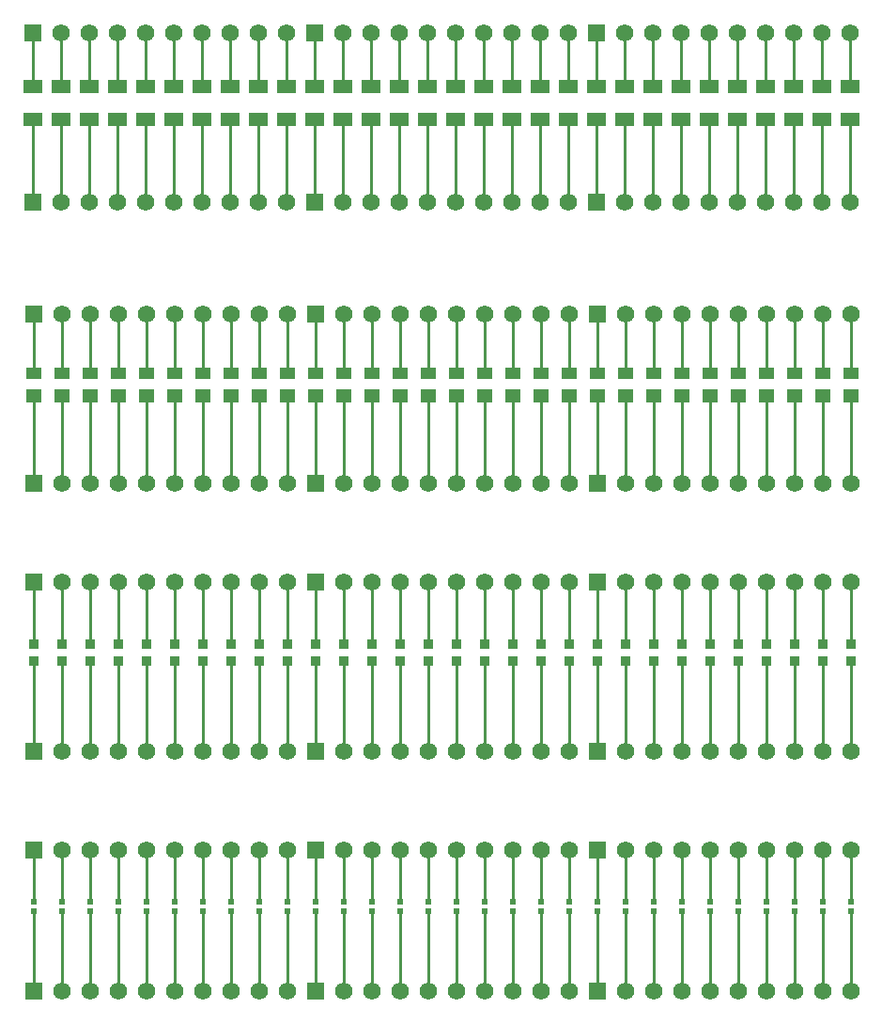
<source format=gtl>
G04 Layer: TopLayer*
G04 EasyEDA v6.5.22, 2023-04-04 18:07:08*
G04 a67cddfb3fce44daa9051d46cbbcc19f,10*
G04 Gerber Generator version 0.2*
G04 Scale: 100 percent, Rotated: No, Reflected: No *
G04 Dimensions in inches *
G04 leading zeros omitted , absolute positions ,3 integer and 6 decimal *
%FSLAX36Y36*%
%MOIN*%

%AMMACRO1*21,1,$1,$2,0,0,$3*%
%ADD10C,0.0100*%
%ADD11MACRO1,0.0542X0.0446X0.0000*%
%ADD12R,0.0542X0.0446*%
%ADD13MACRO1,0.034X0.0318X0.0000*%
%ADD14R,0.0340X0.0318*%
%ADD15MACRO1,0.0213X0.0223X0.0000*%
%ADD16R,0.0213X0.0223*%
%ADD17MACRO1,0.067X0.0475X0.0000*%
%ADD18R,0.0670X0.0475*%
%ADD19C,0.0620*%
%ADD20R,0.0620X0.0620*%
%ADD21R,0.0106X0.0620*%

%LPD*%
D10*
X553146Y203148D02*
G01*
X553148Y486107D01*
X653148Y486107D02*
G01*
X653148Y203148D01*
X753146Y203148D02*
G01*
X753148Y486107D01*
X853148Y486107D02*
G01*
X853148Y203148D01*
X953148Y203148D02*
G01*
X953148Y486107D01*
X1053148Y203148D02*
G01*
X1053148Y486107D01*
X1153148Y486107D02*
G01*
X1153148Y203148D01*
X1253148Y203148D02*
G01*
X1253148Y486107D01*
X1353143Y486107D02*
G01*
X1353143Y203148D01*
X1453148Y203148D02*
G01*
X1453143Y486107D01*
X1553143Y486107D02*
G01*
X1553143Y203148D01*
X1653143Y203148D02*
G01*
X1653143Y486107D01*
X1753143Y486107D02*
G01*
X1753143Y203148D01*
X1853143Y203148D02*
G01*
X1853143Y486107D01*
X1953143Y486107D02*
G01*
X1953143Y203148D01*
X2053143Y203148D02*
G01*
X2053143Y486107D01*
X2153143Y486107D02*
G01*
X2153143Y203148D01*
X2253143Y203148D02*
G01*
X2253143Y486107D01*
X2353143Y486107D02*
G01*
X2353143Y203148D01*
X2453143Y203148D02*
G01*
X2453143Y486107D01*
X2553143Y486107D02*
G01*
X2553143Y203148D01*
X2653143Y203148D02*
G01*
X2653143Y486107D01*
X2753143Y486107D02*
G01*
X2753143Y203148D01*
X2853143Y203148D02*
G01*
X2853143Y486107D01*
X2953143Y486107D02*
G01*
X2953143Y203148D01*
X3053143Y203148D02*
G01*
X3053143Y486107D01*
X3153143Y203148D02*
G01*
X3153143Y486107D01*
X3253143Y486107D02*
G01*
X3253143Y203148D01*
X3353143Y203148D02*
G01*
X3353143Y486107D01*
X3453143Y486107D02*
G01*
X3453143Y203148D01*
X3453143Y703148D02*
G01*
X3453143Y520187D01*
X3353143Y520187D02*
G01*
X3353143Y703146D01*
X3253143Y520187D02*
G01*
X3253143Y703148D01*
X3153143Y520187D02*
G01*
X3153143Y703148D01*
X2953143Y703148D02*
G01*
X2953143Y520187D01*
X3053143Y520187D02*
G01*
X3053143Y703148D01*
X2853143Y703148D02*
G01*
X2853143Y520187D01*
X2753143Y520187D02*
G01*
X2753143Y703146D01*
X2653143Y703148D02*
G01*
X2653143Y520187D01*
X2553143Y520187D02*
G01*
X2553143Y703148D01*
X2453143Y703148D02*
G01*
X2453143Y520187D01*
X2353143Y520187D02*
G01*
X2353143Y703146D01*
X2253143Y703148D02*
G01*
X2253143Y520187D01*
X2153143Y520187D02*
G01*
X2153143Y703148D01*
X2053143Y703148D02*
G01*
X2053143Y520187D01*
X1953143Y520187D02*
G01*
X1953143Y703148D01*
X1853143Y703148D02*
G01*
X1853143Y520187D01*
X1753143Y520187D02*
G01*
X1753143Y703146D01*
X1653143Y703148D02*
G01*
X1653143Y520187D01*
X1553143Y520187D02*
G01*
X1553143Y703148D01*
X1453148Y703148D02*
G01*
X1453143Y520187D01*
X1353143Y520187D02*
G01*
X1353143Y703146D01*
X1253148Y703148D02*
G01*
X1253148Y520187D01*
X1153148Y520187D02*
G01*
X1153148Y703148D01*
X1053148Y703148D02*
G01*
X1053148Y520187D01*
X953148Y520187D02*
G01*
X953148Y703148D01*
X853148Y520187D02*
G01*
X853148Y703148D01*
X753146Y703148D02*
G01*
X753148Y520187D01*
X653148Y520187D02*
G01*
X653148Y703146D01*
X553146Y703148D02*
G01*
X553148Y520187D01*
X553148Y1373485D02*
G01*
X553146Y1053146D01*
X653146Y1053146D02*
G01*
X653148Y1373485D01*
X753148Y1373485D02*
G01*
X753148Y1053148D01*
X853148Y1053146D02*
G01*
X853148Y1373485D01*
X953148Y1373485D02*
G01*
X953148Y1053146D01*
X1053148Y1053146D02*
G01*
X1053148Y1373485D01*
X1153148Y1373485D02*
G01*
X1153148Y1053146D01*
X1253148Y1053146D02*
G01*
X1253148Y1373485D01*
X1353143Y1373485D02*
G01*
X1353143Y1053148D01*
X1453148Y1053146D02*
G01*
X1453143Y1373485D01*
X1553143Y1053146D02*
G01*
X1553143Y1373485D01*
X1653143Y1373485D02*
G01*
X1653143Y1053148D01*
X1753143Y1053146D02*
G01*
X1753143Y1373485D01*
X1853143Y1373485D02*
G01*
X1853143Y1053146D01*
X1953143Y1373485D02*
G01*
X1953143Y1053146D01*
X2053143Y1053146D02*
G01*
X2053143Y1373485D01*
X2153143Y1373485D02*
G01*
X2153143Y1053146D01*
X2253143Y1053146D02*
G01*
X2253143Y1373485D01*
X2353143Y1373485D02*
G01*
X2353143Y1053148D01*
X2453143Y1053146D02*
G01*
X2453143Y1373485D01*
X2553143Y1373485D02*
G01*
X2553143Y1053146D01*
X2653143Y1053146D02*
G01*
X2653143Y1373485D01*
X2753143Y1053146D02*
G01*
X2753143Y1373485D01*
X2853143Y1373485D02*
G01*
X2853143Y1053146D01*
X2953143Y1053146D02*
G01*
X2953143Y1373485D01*
X3053143Y1373485D02*
G01*
X3053143Y1053146D01*
X3153143Y1053146D02*
G01*
X3153143Y1373485D01*
X3253143Y1373485D02*
G01*
X3253143Y1053146D01*
X3353143Y1053146D02*
G01*
X3353143Y1373485D01*
X3453143Y1373485D02*
G01*
X3453143Y1053148D01*
X3453143Y1653146D02*
G01*
X3453143Y1432806D01*
X3353143Y1432806D02*
G01*
X3353143Y1653143D01*
X3253143Y1653146D02*
G01*
X3253143Y1432806D01*
X3153143Y1432806D02*
G01*
X3153143Y1653146D01*
X3053143Y1653146D02*
G01*
X3053143Y1432806D01*
X2953143Y1432806D02*
G01*
X2953143Y1653146D01*
X2853143Y1653146D02*
G01*
X2853143Y1432806D01*
X2753143Y1432806D02*
G01*
X2753143Y1653143D01*
X2653143Y1653146D02*
G01*
X2653143Y1432806D01*
X2553143Y1432806D02*
G01*
X2553143Y1653146D01*
X2453143Y1653146D02*
G01*
X2453143Y1432806D01*
X2353143Y1432806D02*
G01*
X2353143Y1653143D01*
X2253143Y1653146D02*
G01*
X2253143Y1432806D01*
X2153143Y1653146D02*
G01*
X2153143Y1432806D01*
X2053143Y1432806D02*
G01*
X2053143Y1653146D01*
X1953143Y1653146D02*
G01*
X1953143Y1432806D01*
X1853143Y1432806D02*
G01*
X1853143Y1653146D01*
X1753143Y1653146D02*
G01*
X1753143Y1432806D01*
X1653143Y1432806D02*
G01*
X1653143Y1653143D01*
X1553143Y1432806D02*
G01*
X1553143Y1653146D01*
X1453148Y1653146D02*
G01*
X1453143Y1432806D01*
X1353143Y1432806D02*
G01*
X1353143Y1653143D01*
X1253148Y1653146D02*
G01*
X1253148Y1432806D01*
X1153148Y1653146D02*
G01*
X1153148Y1432806D01*
X1053148Y1432806D02*
G01*
X1053148Y1653146D01*
X953148Y1653146D02*
G01*
X953148Y1432806D01*
X853148Y1432806D02*
G01*
X853148Y1653146D01*
X753146Y1653146D02*
G01*
X753148Y1432806D01*
X653148Y1432806D02*
G01*
X653148Y1653143D01*
X553146Y1653146D02*
G01*
X553148Y1432806D01*
X553148Y2313773D02*
G01*
X553146Y2003143D01*
X653146Y2003143D02*
G01*
X653148Y2313773D01*
X753148Y2313773D02*
G01*
X753148Y2003146D01*
X853148Y2003143D02*
G01*
X853148Y2313773D01*
X953148Y2313773D02*
G01*
X953148Y2003143D01*
X1053148Y2003143D02*
G01*
X1053148Y2313773D01*
X1153148Y2313773D02*
G01*
X1153148Y2003143D01*
X1253148Y2003143D02*
G01*
X1253148Y2303143D01*
X1353148Y2003143D02*
G01*
X1353148Y2303143D01*
X1453143Y2313773D02*
G01*
X1453143Y2003146D01*
X1553143Y2003143D02*
G01*
X1553143Y2313773D01*
X1653143Y2313773D02*
G01*
X1653143Y2003146D01*
X1753143Y2003143D02*
G01*
X1753143Y2313773D01*
X1853143Y2313773D02*
G01*
X1853143Y2003143D01*
X1953143Y2003143D02*
G01*
X1953143Y2313773D01*
X2053143Y2313773D02*
G01*
X2053143Y2003143D01*
X2153143Y2003143D02*
G01*
X2153143Y2313773D01*
X2253143Y2313773D02*
G01*
X2253143Y2003143D01*
X2353143Y2003143D02*
G01*
X2353143Y2313773D01*
X2453143Y2313773D02*
G01*
X2453143Y2003146D01*
X2553143Y2003143D02*
G01*
X2553143Y2313773D01*
X2653143Y2313773D02*
G01*
X2653143Y2003146D01*
X2753143Y2003143D02*
G01*
X2753143Y2313773D01*
X2853143Y2313773D02*
G01*
X2853143Y2003143D01*
X2953143Y2003143D02*
G01*
X2953143Y2313773D01*
X3053143Y2313773D02*
G01*
X3053143Y2003143D01*
X3153143Y2003143D02*
G01*
X3153143Y2313773D01*
X3253143Y2313773D02*
G01*
X3253143Y2003143D01*
X3353143Y2003143D02*
G01*
X3353143Y2313773D01*
X3453143Y2313773D02*
G01*
X3453143Y2003146D01*
X3453143Y2603143D02*
G01*
X3453143Y2392512D01*
X3353143Y2392512D02*
G01*
X3353143Y2603143D01*
X3253143Y2392512D02*
G01*
X3253143Y2603143D01*
X3153143Y2603143D02*
G01*
X3153143Y2392512D01*
X3053143Y2392512D02*
G01*
X3053143Y2603143D01*
X2953143Y2603143D02*
G01*
X2953143Y2392512D01*
X2853143Y2392512D02*
G01*
X2853143Y2603143D01*
X2753143Y2603143D02*
G01*
X2753143Y2392512D01*
X2653143Y2603143D02*
G01*
X2653143Y2392512D01*
X2553143Y2392512D02*
G01*
X2553143Y2603143D01*
X2453143Y2392512D02*
G01*
X2453143Y2603143D01*
X2353143Y2603143D02*
G01*
X2353143Y2392512D01*
X2253143Y2392512D02*
G01*
X2253143Y2603143D01*
X2153143Y2603143D02*
G01*
X2153143Y2392512D01*
X2053143Y2392512D02*
G01*
X2053143Y2603143D01*
X1953143Y2603143D02*
G01*
X1953143Y2392512D01*
X1853143Y2392512D02*
G01*
X1853143Y2603143D01*
X1753143Y2603143D02*
G01*
X1753143Y2392512D01*
X1653143Y2392512D02*
G01*
X1653143Y2603143D01*
X1553143Y2392512D02*
G01*
X1553143Y2603143D01*
X1453148Y2603143D02*
G01*
X1453143Y2392512D01*
X1353143Y2392512D02*
G01*
X1353143Y2603143D01*
X1253148Y2603143D02*
G01*
X1253148Y2392512D01*
X1153148Y2392512D02*
G01*
X1153148Y2603143D01*
X1053148Y2603143D02*
G01*
X1053148Y2392512D01*
X953148Y2392512D02*
G01*
X953148Y2603143D01*
X853148Y2603143D02*
G01*
X853148Y2392512D01*
X753148Y2392512D02*
G01*
X753148Y2603143D01*
X653148Y2392512D02*
G01*
X653148Y2603143D01*
X553146Y2603143D02*
G01*
X553148Y2392512D01*
X550000Y3291774D02*
G01*
X549998Y2999994D01*
X649998Y2999994D02*
G01*
X650000Y3291774D01*
X749998Y3291774D02*
G01*
X749998Y2999994D01*
X849997Y2999994D02*
G01*
X849998Y3291774D01*
X949998Y3291774D02*
G01*
X949998Y2999994D01*
X1049997Y2999994D02*
G01*
X1049998Y3291774D01*
X1149998Y3291774D02*
G01*
X1149998Y2999994D01*
X1249997Y2999994D02*
G01*
X1249997Y3291774D01*
X1349993Y3291767D02*
G01*
X1349993Y2999998D01*
X1449997Y2999994D02*
G01*
X1449993Y3291767D01*
X1549994Y3291774D02*
G01*
X1549996Y2999994D01*
X1649996Y2999994D02*
G01*
X1649994Y3291774D01*
X1749994Y3291774D02*
G01*
X1749994Y2999994D01*
X1849996Y2999994D02*
G01*
X1849994Y3291774D01*
X1949994Y3291774D02*
G01*
X1949994Y2999994D01*
X2049996Y2999994D02*
G01*
X2049994Y3291774D01*
X2149994Y3291774D02*
G01*
X2149994Y2999994D01*
X2249996Y2999994D02*
G01*
X2249994Y3291774D01*
X2349996Y2999994D02*
G01*
X2349994Y3291774D01*
X2449993Y3291774D02*
G01*
X2449993Y2999996D01*
X2549993Y2999994D02*
G01*
X2549993Y3291774D01*
X2649993Y3291774D02*
G01*
X2649993Y2999994D01*
X2749993Y2999994D02*
G01*
X2749993Y3291774D01*
X2849993Y3291774D02*
G01*
X2849993Y2999994D01*
X2949993Y2999994D02*
G01*
X2949993Y3291774D01*
X3049993Y3291774D02*
G01*
X3049993Y2999994D01*
X3149993Y2999994D02*
G01*
X3149993Y3291774D01*
X3249993Y3291774D02*
G01*
X3249993Y2999994D01*
X3349993Y2999994D02*
G01*
X3349993Y3291774D01*
X3449993Y3291774D02*
G01*
X3449993Y2999994D01*
X3449993Y3408213D02*
G01*
X3449993Y3599992D01*
X3349993Y3599992D02*
G01*
X3349993Y3408213D01*
X3249993Y3408213D02*
G01*
X3249993Y3599992D01*
X3149993Y3599992D02*
G01*
X3149993Y3408213D01*
X3049993Y3408213D02*
G01*
X3049993Y3599992D01*
X2949993Y3599992D02*
G01*
X2949993Y3408213D01*
X2849993Y3408213D02*
G01*
X2849993Y3599992D01*
X2749993Y3599992D02*
G01*
X2749993Y3408213D01*
X2649993Y3408213D02*
G01*
X2649993Y3599992D01*
X2549993Y3599992D02*
G01*
X2549993Y3408213D01*
X2449993Y3408213D02*
G01*
X2449993Y3599989D01*
X2349996Y3599992D02*
G01*
X2349994Y3408213D01*
X2249994Y3408213D02*
G01*
X2249994Y3599992D01*
X2149996Y3599992D02*
G01*
X2149994Y3408213D01*
X2049996Y3599992D02*
G01*
X2049994Y3408213D01*
X1949994Y3408213D02*
G01*
X1949994Y3599992D01*
X1849996Y3599992D02*
G01*
X1849994Y3408213D01*
X1749994Y3408213D02*
G01*
X1749994Y3599992D01*
X1649994Y3408213D02*
G01*
X1649994Y3599992D01*
X1549996Y3599992D02*
G01*
X1549994Y3408213D01*
X1449993Y3408207D02*
G01*
X1449993Y3599987D01*
X1349997Y3599992D02*
G01*
X1349993Y3408207D01*
X1249997Y3408213D02*
G01*
X1249997Y3599992D01*
X1149997Y3599992D02*
G01*
X1149998Y3408213D01*
X1049998Y3408213D02*
G01*
X1049998Y3599992D01*
X949997Y3599992D02*
G01*
X949998Y3408213D01*
X849998Y3408213D02*
G01*
X849998Y3599992D01*
X749998Y3599992D02*
G01*
X749998Y3408213D01*
X650000Y3408213D02*
G01*
X650000Y3599991D01*
X550000Y3408213D02*
G01*
X549998Y3599992D01*
D11*
G01*
X553146Y2313770D03*
D12*
G01*
X553150Y2392519D03*
D11*
G01*
X653146Y2313770D03*
D12*
G01*
X653150Y2392519D03*
D11*
G01*
X753147Y2313770D03*
D12*
G01*
X753150Y2392519D03*
D11*
G01*
X853146Y2313770D03*
D12*
G01*
X853149Y2392519D03*
D11*
G01*
X953146Y2313770D03*
D12*
G01*
X953149Y2392519D03*
D11*
G01*
X1053146Y2313770D03*
D12*
G01*
X1053149Y2392519D03*
D11*
G01*
X1153146Y2313770D03*
D12*
G01*
X1153149Y2392519D03*
D11*
G01*
X1253146Y2313770D03*
D12*
G01*
X1253149Y2392519D03*
D11*
G01*
X1353144Y2313770D03*
D12*
G01*
X1353149Y2392519D03*
D11*
G01*
X1453144Y2313770D03*
D12*
G01*
X1453149Y2392519D03*
D11*
G01*
X1553144Y2313770D03*
D12*
G01*
X1553149Y2392519D03*
D11*
G01*
X1653144Y2313770D03*
D12*
G01*
X1653149Y2392519D03*
D11*
G01*
X1753144Y2313770D03*
D12*
G01*
X1753149Y2392519D03*
D11*
G01*
X1853143Y2313770D03*
D12*
G01*
X1853140Y2392519D03*
D11*
G01*
X1953143Y2313770D03*
D12*
G01*
X1953140Y2392519D03*
D11*
G01*
X2053143Y2313770D03*
D12*
G01*
X2053140Y2392519D03*
D11*
G01*
X2153143Y2313770D03*
D12*
G01*
X2153140Y2392519D03*
D11*
G01*
X2253143Y2313770D03*
D12*
G01*
X2253140Y2392519D03*
D11*
G01*
X2353143Y2313770D03*
D12*
G01*
X2353140Y2392519D03*
D11*
G01*
X2453143Y2313770D03*
D12*
G01*
X2453140Y2392519D03*
D11*
G01*
X2553143Y2313770D03*
D12*
G01*
X2553140Y2392519D03*
D11*
G01*
X2653143Y2313770D03*
D12*
G01*
X2653140Y2392519D03*
D11*
G01*
X2753143Y2313770D03*
D12*
G01*
X2753140Y2392519D03*
D11*
G01*
X2853142Y2313770D03*
D12*
G01*
X2853140Y2392519D03*
D11*
G01*
X2953142Y2313770D03*
D12*
G01*
X2953140Y2392519D03*
D11*
G01*
X3053142Y2313770D03*
D12*
G01*
X3053140Y2392519D03*
D11*
G01*
X3153142Y2313770D03*
D12*
G01*
X3153140Y2392519D03*
D11*
G01*
X3253142Y2313770D03*
D12*
G01*
X3253140Y2392519D03*
D11*
G01*
X3353141Y2313770D03*
D12*
G01*
X3353140Y2392519D03*
D11*
G01*
X3453141Y2313770D03*
D12*
G01*
X3453140Y2392519D03*
D13*
G01*
X553146Y1373489D03*
D14*
G01*
X553150Y1432800D03*
D13*
G01*
X653146Y1373489D03*
D14*
G01*
X653150Y1432800D03*
D13*
G01*
X753147Y1373489D03*
D14*
G01*
X753150Y1432800D03*
D13*
G01*
X853146Y1373489D03*
D14*
G01*
X853149Y1432800D03*
D13*
G01*
X953146Y1373489D03*
D14*
G01*
X953149Y1432800D03*
D13*
G01*
X1053146Y1373489D03*
D14*
G01*
X1053149Y1432800D03*
D13*
G01*
X1153146Y1373489D03*
D14*
G01*
X1153149Y1432800D03*
D13*
G01*
X1253146Y1373489D03*
D14*
G01*
X1253149Y1432800D03*
D13*
G01*
X1353144Y1373489D03*
D14*
G01*
X1353149Y1432800D03*
D13*
G01*
X1453144Y1373489D03*
D14*
G01*
X1453149Y1432800D03*
D13*
G01*
X1553144Y1373489D03*
D14*
G01*
X1553149Y1432800D03*
D13*
G01*
X1653144Y1373489D03*
D14*
G01*
X1653149Y1432800D03*
D13*
G01*
X1753144Y1373489D03*
D14*
G01*
X1753149Y1432800D03*
D13*
G01*
X1853143Y1373489D03*
D14*
G01*
X1853140Y1432800D03*
D13*
G01*
X1953143Y1373489D03*
D14*
G01*
X1953140Y1432800D03*
D13*
G01*
X2053143Y1373489D03*
D14*
G01*
X2053140Y1432800D03*
D13*
G01*
X2153143Y1373489D03*
D14*
G01*
X2153140Y1432800D03*
D13*
G01*
X2253143Y1373489D03*
D14*
G01*
X2253140Y1432800D03*
D13*
G01*
X2353143Y1373489D03*
D14*
G01*
X2353140Y1432800D03*
D13*
G01*
X2453143Y1373489D03*
D14*
G01*
X2453140Y1432800D03*
D13*
G01*
X2553143Y1373489D03*
D14*
G01*
X2553140Y1432800D03*
D13*
G01*
X2653143Y1373489D03*
D14*
G01*
X2653140Y1432800D03*
D13*
G01*
X2753143Y1373489D03*
D14*
G01*
X2753140Y1432800D03*
D13*
G01*
X2853142Y1373489D03*
D14*
G01*
X2853140Y1432800D03*
D13*
G01*
X2953142Y1373489D03*
D14*
G01*
X2953140Y1432800D03*
D13*
G01*
X3053142Y1373489D03*
D14*
G01*
X3053140Y1432800D03*
D13*
G01*
X3153142Y1373489D03*
D14*
G01*
X3153140Y1432800D03*
D13*
G01*
X3253142Y1373489D03*
D14*
G01*
X3253140Y1432800D03*
D13*
G01*
X3353141Y1373489D03*
D14*
G01*
X3353140Y1432800D03*
D13*
G01*
X3453141Y1373489D03*
D14*
G01*
X3453140Y1432800D03*
D15*
G01*
X553146Y486106D03*
D16*
G01*
X553150Y520189D03*
D15*
G01*
X653146Y486106D03*
D16*
G01*
X653150Y520189D03*
D15*
G01*
X753146Y486106D03*
D16*
G01*
X753150Y520189D03*
D15*
G01*
X853145Y486106D03*
D16*
G01*
X853149Y520189D03*
D15*
G01*
X953145Y486106D03*
D16*
G01*
X953149Y520189D03*
D15*
G01*
X1053145Y486106D03*
D16*
G01*
X1053149Y520189D03*
D15*
G01*
X1153145Y486106D03*
D16*
G01*
X1153149Y520189D03*
D15*
G01*
X1253145Y486106D03*
D16*
G01*
X1253149Y520189D03*
D15*
G01*
X1353144Y486106D03*
D16*
G01*
X1353149Y520189D03*
D15*
G01*
X1453144Y486106D03*
D16*
G01*
X1453149Y520189D03*
D15*
G01*
X1553144Y486106D03*
D16*
G01*
X1553149Y520189D03*
D15*
G01*
X1653144Y486106D03*
D16*
G01*
X1653149Y520189D03*
D15*
G01*
X1753144Y486106D03*
D16*
G01*
X1753149Y520189D03*
D15*
G01*
X1853144Y486106D03*
D16*
G01*
X1853140Y520189D03*
D15*
G01*
X1953144Y486106D03*
D16*
G01*
X1953140Y520189D03*
D15*
G01*
X2053144Y486106D03*
D16*
G01*
X2053140Y520189D03*
D15*
G01*
X2153144Y486106D03*
D16*
G01*
X2153140Y520189D03*
D15*
G01*
X2253144Y486106D03*
D16*
G01*
X2253140Y520189D03*
D15*
G01*
X2353143Y486106D03*
D16*
G01*
X2353140Y520189D03*
D15*
G01*
X2453143Y486106D03*
D16*
G01*
X2453140Y520189D03*
D15*
G01*
X2553143Y486106D03*
D16*
G01*
X2553140Y520189D03*
D15*
G01*
X2653143Y486106D03*
D16*
G01*
X2653140Y520189D03*
D15*
G01*
X2753143Y486106D03*
D16*
G01*
X2753140Y520189D03*
D15*
G01*
X2853141Y486106D03*
D16*
G01*
X2853140Y520189D03*
D15*
G01*
X2953141Y486106D03*
D16*
G01*
X2953140Y520189D03*
D15*
G01*
X3053141Y486106D03*
D16*
G01*
X3053140Y520189D03*
D15*
G01*
X3153141Y486106D03*
D16*
G01*
X3153140Y520189D03*
D15*
G01*
X3253141Y486106D03*
D16*
G01*
X3253140Y520189D03*
D15*
G01*
X3353141Y486106D03*
D16*
G01*
X3353140Y520189D03*
D15*
G01*
X3453141Y486106D03*
D16*
G01*
X3453140Y520189D03*
D17*
G01*
X550000Y3291775D03*
D18*
G01*
X550000Y3408209D03*
D17*
G01*
X650000Y3291775D03*
D18*
G01*
X650000Y3408209D03*
D17*
G01*
X749998Y3291775D03*
D18*
G01*
X750000Y3408209D03*
D17*
G01*
X849998Y3291775D03*
D18*
G01*
X850000Y3408209D03*
D17*
G01*
X949998Y3291775D03*
D18*
G01*
X950000Y3408209D03*
D17*
G01*
X1049998Y3291775D03*
D18*
G01*
X1050000Y3408209D03*
D17*
G01*
X1149998Y3291775D03*
D18*
G01*
X1150000Y3408209D03*
D17*
G01*
X1249998Y3291775D03*
D18*
G01*
X1250000Y3408209D03*
D17*
G01*
X1349992Y3291767D03*
D18*
G01*
X1349989Y3408209D03*
D17*
G01*
X1449992Y3291767D03*
D18*
G01*
X1449989Y3408209D03*
D17*
G01*
X1549994Y3291775D03*
D18*
G01*
X1550000Y3408209D03*
D17*
G01*
X1649994Y3291775D03*
D18*
G01*
X1650000Y3408209D03*
D17*
G01*
X1749994Y3291775D03*
D18*
G01*
X1750000Y3408209D03*
D17*
G01*
X1849994Y3291775D03*
D18*
G01*
X1850000Y3408209D03*
D17*
G01*
X1949994Y3291775D03*
D18*
G01*
X1950000Y3408209D03*
D17*
G01*
X2049994Y3291775D03*
D18*
G01*
X2050000Y3408209D03*
D17*
G01*
X2149994Y3291775D03*
D18*
G01*
X2150000Y3408209D03*
D17*
G01*
X2249994Y3291775D03*
D18*
G01*
X2250000Y3408209D03*
D17*
G01*
X2349994Y3291775D03*
D18*
G01*
X2350000Y3408209D03*
D17*
G01*
X2449992Y3291775D03*
D18*
G01*
X2449989Y3408209D03*
D17*
G01*
X2549992Y3291775D03*
D18*
G01*
X2549989Y3408209D03*
D17*
G01*
X2649992Y3291775D03*
D18*
G01*
X2649989Y3408209D03*
D17*
G01*
X2749992Y3291775D03*
D18*
G01*
X2749989Y3408209D03*
D17*
G01*
X2849992Y3291775D03*
D18*
G01*
X2849989Y3408209D03*
D17*
G01*
X2949992Y3291775D03*
D18*
G01*
X2949989Y3408209D03*
D17*
G01*
X3049992Y3291775D03*
D18*
G01*
X3049989Y3408209D03*
D17*
G01*
X3149992Y3291775D03*
D18*
G01*
X3149989Y3408209D03*
D17*
G01*
X3249992Y3291775D03*
D18*
G01*
X3249989Y3408209D03*
D17*
G01*
X3349992Y3291775D03*
D18*
G01*
X3349989Y3408209D03*
D17*
G01*
X3449992Y3291775D03*
D18*
G01*
X3449989Y3408209D03*
D19*
G01*
X2453140Y2603139D03*
G01*
X2353140Y2603139D03*
G01*
X2253140Y2603139D03*
G01*
X2153140Y2603139D03*
G01*
X2053140Y2603139D03*
G01*
X1953140Y2603139D03*
G01*
X1853140Y2603139D03*
G01*
X1753140Y2603139D03*
G01*
X1653140Y2603139D03*
D20*
G01*
X1553140Y2603139D03*
D19*
G01*
X2453140Y2003139D03*
G01*
X2353140Y2003139D03*
G01*
X2253140Y2003139D03*
G01*
X2153140Y2003139D03*
G01*
X2053140Y2003139D03*
G01*
X1953140Y2003139D03*
G01*
X1853140Y2003139D03*
G01*
X1753140Y2003139D03*
G01*
X1653140Y2003139D03*
D20*
G01*
X1553140Y2003139D03*
D19*
G01*
X1453149Y1653139D03*
G01*
X1353149Y1653139D03*
G01*
X1253149Y1653139D03*
G01*
X1153149Y1653139D03*
G01*
X1053149Y1653139D03*
G01*
X953149Y1653139D03*
G01*
X853149Y1653139D03*
G01*
X753150Y1653139D03*
G01*
X653150Y1653139D03*
D20*
G01*
X553150Y1653139D03*
D19*
G01*
X1453149Y1053150D03*
G01*
X1353149Y1053150D03*
G01*
X1253149Y1053150D03*
G01*
X1153149Y1053150D03*
G01*
X1053149Y1053150D03*
G01*
X953149Y1053150D03*
G01*
X853149Y1053150D03*
G01*
X753150Y1053150D03*
G01*
X653150Y1053150D03*
D20*
G01*
X553150Y1053150D03*
D19*
G01*
X2453140Y1653139D03*
G01*
X2353140Y1653139D03*
G01*
X2253140Y1653139D03*
G01*
X2153140Y1653139D03*
G01*
X2053140Y1653139D03*
G01*
X1953140Y1653139D03*
G01*
X1853140Y1653139D03*
G01*
X1753140Y1653139D03*
G01*
X1653140Y1653139D03*
D20*
G01*
X1553140Y1653139D03*
D19*
G01*
X2453140Y1053150D03*
G01*
X2353140Y1053150D03*
G01*
X2253140Y1053150D03*
G01*
X2153140Y1053150D03*
G01*
X2053140Y1053150D03*
G01*
X1953140Y1053150D03*
G01*
X1853140Y1053150D03*
G01*
X1753140Y1053150D03*
G01*
X1653140Y1053150D03*
D20*
G01*
X1553140Y1053150D03*
D19*
G01*
X3453140Y1653139D03*
G01*
X3353140Y1653139D03*
G01*
X3253140Y1653139D03*
G01*
X3153140Y1653139D03*
G01*
X3053140Y1653139D03*
G01*
X2953140Y1653139D03*
G01*
X2853140Y1653139D03*
G01*
X2753140Y1653139D03*
G01*
X2653140Y1653139D03*
D20*
G01*
X2553140Y1653139D03*
D19*
G01*
X3453140Y1053150D03*
G01*
X3353140Y1053150D03*
G01*
X3253140Y1053150D03*
G01*
X3153140Y1053150D03*
G01*
X3053140Y1053150D03*
G01*
X2953140Y1053150D03*
G01*
X2853140Y1053150D03*
G01*
X2753140Y1053150D03*
G01*
X2653140Y1053150D03*
D20*
G01*
X2553140Y1053150D03*
D19*
G01*
X1453149Y2603139D03*
G01*
X1353149Y2603139D03*
G01*
X1253149Y2603139D03*
G01*
X1153149Y2603139D03*
G01*
X1053149Y2603139D03*
G01*
X953149Y2603139D03*
G01*
X853149Y2603139D03*
G01*
X753150Y2603139D03*
G01*
X653150Y2603139D03*
D20*
G01*
X553150Y2603139D03*
D19*
G01*
X1453149Y2003139D03*
G01*
X1353149Y2003139D03*
G01*
X1253149Y2003139D03*
G01*
X1153149Y2003139D03*
G01*
X1053149Y2003139D03*
G01*
X953149Y2003139D03*
G01*
X853149Y2003139D03*
G01*
X753150Y2003139D03*
G01*
X653150Y2003139D03*
D20*
G01*
X553150Y2003139D03*
D19*
G01*
X3453140Y2603139D03*
G01*
X3353140Y2603139D03*
G01*
X3253140Y2603139D03*
G01*
X3153140Y2603139D03*
G01*
X3053140Y2603139D03*
G01*
X2953140Y2603139D03*
G01*
X2853140Y2603139D03*
G01*
X2753140Y2603139D03*
G01*
X2653140Y2603139D03*
D20*
G01*
X2553140Y2603139D03*
D19*
G01*
X3453140Y2003139D03*
G01*
X3353140Y2003139D03*
G01*
X3253140Y2003139D03*
G01*
X3153140Y2003139D03*
G01*
X3053140Y2003139D03*
G01*
X2953140Y2003139D03*
G01*
X2853140Y2003139D03*
G01*
X2753140Y2003139D03*
G01*
X2653140Y2003139D03*
D20*
G01*
X2553140Y2003139D03*
D19*
G01*
X1453149Y703150D03*
G01*
X1353149Y703150D03*
G01*
X1253149Y703150D03*
G01*
X1153149Y703150D03*
G01*
X1053149Y703150D03*
G01*
X953149Y703150D03*
G01*
X853149Y703150D03*
G01*
X753150Y703150D03*
G01*
X653150Y703150D03*
D20*
G01*
X553150Y703150D03*
D19*
G01*
X1453149Y203150D03*
G01*
X1353149Y203150D03*
G01*
X1253149Y203150D03*
G01*
X1153149Y203150D03*
G01*
X1053149Y203150D03*
G01*
X953149Y203150D03*
G01*
X853149Y203150D03*
G01*
X753150Y203150D03*
G01*
X653150Y203150D03*
D20*
G01*
X553150Y203150D03*
D19*
G01*
X2453140Y703150D03*
G01*
X2353140Y703150D03*
G01*
X2253140Y703150D03*
G01*
X2153140Y703150D03*
G01*
X2053140Y703150D03*
G01*
X1953140Y703150D03*
G01*
X1853140Y703150D03*
G01*
X1753140Y703150D03*
G01*
X1653140Y703150D03*
D20*
G01*
X1553140Y703150D03*
D19*
G01*
X2453140Y203150D03*
G01*
X2353140Y203150D03*
G01*
X2253140Y203150D03*
G01*
X2153140Y203150D03*
G01*
X2053140Y203150D03*
G01*
X1953140Y203150D03*
G01*
X1853140Y203150D03*
G01*
X1753140Y203150D03*
G01*
X1653140Y203150D03*
D20*
G01*
X1553140Y203150D03*
D19*
G01*
X3453140Y703150D03*
G01*
X3353140Y703150D03*
G01*
X3253140Y703150D03*
G01*
X3153140Y703150D03*
G01*
X3053140Y703150D03*
G01*
X2953140Y703150D03*
G01*
X2853140Y703150D03*
G01*
X2753140Y703150D03*
G01*
X2653140Y703150D03*
D20*
G01*
X2553140Y703150D03*
D19*
G01*
X3453140Y203150D03*
G01*
X3353140Y203150D03*
G01*
X3253140Y203150D03*
G01*
X3153140Y203150D03*
G01*
X3053140Y203150D03*
G01*
X2953140Y203150D03*
G01*
X2853140Y203150D03*
G01*
X2753140Y203150D03*
G01*
X2653140Y203150D03*
D20*
G01*
X2553140Y203150D03*
D19*
G01*
X1450000Y3599989D03*
G01*
X1350000Y3599989D03*
G01*
X1250000Y3599989D03*
G01*
X1150000Y3599989D03*
G01*
X1050000Y3599989D03*
G01*
X950000Y3599989D03*
G01*
X850000Y3599989D03*
G01*
X750000Y3599989D03*
G01*
X650000Y3599989D03*
D20*
G01*
X550000Y3599989D03*
D19*
G01*
X1450000Y2999989D03*
G01*
X1350000Y2999989D03*
G01*
X1250000Y2999989D03*
G01*
X1150000Y2999989D03*
G01*
X1050000Y2999989D03*
G01*
X950000Y2999989D03*
G01*
X850000Y2999989D03*
G01*
X750000Y2999989D03*
G01*
X650000Y2999989D03*
D20*
G01*
X550000Y2999989D03*
D19*
G01*
X2450000Y3599989D03*
G01*
X2350000Y3599989D03*
G01*
X2250000Y3599989D03*
G01*
X2150000Y3599989D03*
G01*
X2050000Y3599989D03*
G01*
X1950000Y3599989D03*
G01*
X1850000Y3599989D03*
G01*
X1750000Y3599989D03*
G01*
X1650000Y3599989D03*
D20*
G01*
X1550000Y3599989D03*
D19*
G01*
X2450000Y2999989D03*
G01*
X2350000Y2999989D03*
G01*
X2250000Y2999989D03*
G01*
X2150000Y2999989D03*
G01*
X2050000Y2999989D03*
G01*
X1950000Y2999989D03*
G01*
X1850000Y2999989D03*
G01*
X1750000Y2999989D03*
G01*
X1650000Y2999989D03*
D20*
G01*
X1550000Y2999989D03*
D19*
G01*
X3449989Y3599989D03*
G01*
X3349989Y3599989D03*
G01*
X3249989Y3599989D03*
G01*
X3149989Y3599989D03*
G01*
X3049989Y3599989D03*
G01*
X2949989Y3599989D03*
G01*
X2849989Y3599989D03*
G01*
X2749989Y3599989D03*
G01*
X2649989Y3599989D03*
D20*
G01*
X2549989Y3599989D03*
D19*
G01*
X3449989Y2999989D03*
G01*
X3349989Y2999989D03*
G01*
X3249989Y2999989D03*
G01*
X3149989Y2999989D03*
G01*
X3049989Y2999989D03*
G01*
X2949989Y2999989D03*
G01*
X2849989Y2999989D03*
G01*
X2749989Y2999989D03*
G01*
X2649989Y2999989D03*
D20*
G01*
X2549989Y2999989D03*
M02*

</source>
